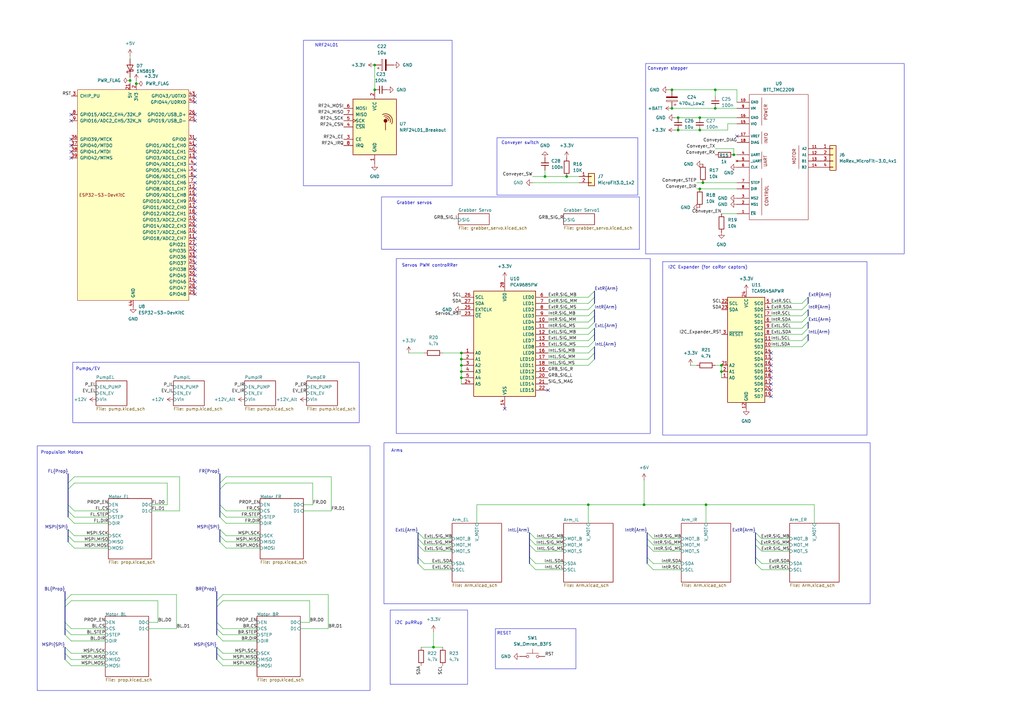
<source format=kicad_sch>
(kicad_sch (version 20250114) (generator "eeschema") (generator_version "9.0")
  (paper "A3")
  (title_block (title "Logic") (date "2025-12-30") (rev "1") (company "Game Team SLSC"))
  (bus_alias "Arm" (members "SDA" "SCL" "SIG_MB" "SIG_MM" "SIG_MS"))
  (bus_alias "SPI" (members "MISO" "MOSI" "SCK"))
  (rectangle (start 29.845 148.59) (end 147.32 173.355))
  (rectangle (start 203.835 56.515) (end 261.62 80.01))
  (rectangle (start 203.2 257.81) (end 236.22 274.32))
  (rectangle (start 156.464 80.772) (end 262.255 102.235))
  (rectangle (start 124.46 16.51) (end 185.42 76.2))
  (rectangle (start 157.48 181.61) (end 356.87 247.65))
  (rectangle (start 15.24 182.88) (end 151.765 283.21))
  (rectangle (start 271.78 107.315) (end 355.6 178.435))
  (rectangle (start 162.56 106.045) (end 266.7 177.8))
  (rectangle (start 160.02 250.19) (end 191.77 280.67))
  (rectangle (start 264.795 26.035) (end 370.84 104.14))
  (text "Pumps/EV\n" (at 36.068 151.384 0) (effects (font (size 1.27 1.27))))
  (text "Conveyer stepper" (at 273.812 28.194 0) (effects (font (size 1.27 1.27))))
  (text "Conveyer switch\n" (at 213.36 58.674 0) (effects (font (size 1.27 1.27))))
  (text "I2C puRRup" (at 167.64 255.524 0) (effects (font (size 1.27 1.27))))
  (text "I2C Expander (for coRor captors)" (at 290.322 109.728 0) (effects (font (size 1.27 1.27))))
  (text "Propulsion Motors\n" (at 25.4 185.674 0) (effects (font (size 1.27 1.27))))
  (text "Servos PWM controRRer\n" (at 176.276 108.966 0) (effects (font (size 1.27 1.27))))
  (text "Grabber servos" (at 169.926 83.312 0) (effects (font (size 1.27 1.27))))
  (text "RESET" (at 206.756 259.842 0) (effects (font (size 1.27 1.27))))
  (text "NRF24L01\n" (at 133.985 18.669 0) (effects (font (size 1.27 1.27))))
  (text "Arms" (at 162.814 184.912 0) (effects (font (size 1.27 1.27))))
  (junction (at 293.37 44.45))
  (junction (at 275.59 44.45))
  (junction (at 189.23 152.4))
  (junction (at 55.88 34.29))
  (junction (at 241.3 207.01))
  (junction (at 53.34 33.02))
  (junction (at 289.56 207.01))
  (junction (at 223.52 72.39))
  (junction (at 189.23 147.32))
  (junction (at 189.23 149.86))
  (junction (at 287.02 48.26))
  (junction (at 288.29 74.93))
  (junction (at 189.23 144.78))
  (junction (at 177.8 265.43))
  (junction (at 293.37 36.83))
  (junction (at 295.91 152.4))
  (junction (at 278.13 48.26))
  (junction (at 264.16 207.01))
  (junction (at 275.59 36.83))
  (junction (at 153.67 26.67))
  (junction (at 287.02 53.34))
  (junction (at 232.41 72.39))
  (junction (at 295.91 149.86))
  (junction (at 300.99 63.5))
  (junction (at 153.67 36.83))
  (junction (at 278.13 53.34))
  (junction (at 189.23 154.94))
  (junction (at 287.02 77.47))
  (no_connect (at 80.01 85.09))
  (no_connect (at 29.21 46.99))
  (no_connect (at 80.01 46.99))
  (no_connect (at 80.01 77.47))
  (no_connect (at 316.23 157.48))
  (no_connect (at 80.01 107.95))
  (no_connect (at 316.23 144.78))
  (no_connect (at 316.23 162.56))
  (no_connect (at 29.21 59.69))
  (no_connect (at 29.21 49.53))
  (no_connect (at 80.01 62.23))
  (no_connect (at 80.01 118.11))
  (no_connect (at 80.01 49.53))
  (no_connect (at 80.01 102.87))
  (no_connect (at 80.01 41.91))
  (no_connect (at 80.01 87.63))
  (no_connect (at 80.01 59.69))
  (no_connect (at 80.01 105.41))
  (no_connect (at 80.01 113.03))
  (no_connect (at 29.21 62.23))
  (no_connect (at 80.01 82.55))
  (no_connect (at 316.23 147.32))
  (no_connect (at 80.01 69.85))
  (no_connect (at 29.21 57.15))
  (no_connect (at 80.01 95.25))
  (no_connect (at 80.01 120.65))
  (no_connect (at 207.01 167.64))
  (no_connect (at 80.01 80.01))
  (no_connect (at 80.01 74.93))
  (no_connect (at 80.01 57.15))
  (no_connect (at 80.01 90.17))
  (no_connect (at 80.01 92.71))
  (no_connect (at 316.23 149.86))
  (no_connect (at 224.79 160.02))
  (no_connect (at 29.21 64.77))
  (no_connect (at 316.23 154.94))
  (no_connect (at 80.01 64.77))
  (no_connect (at 80.01 97.79))
  (no_connect (at 316.23 152.4))
  (no_connect (at 80.01 110.49))
  (no_connect (at 80.01 39.37))
  (no_connect (at 80.01 67.31))
  (no_connect (at 302.26 55.88))
  (no_connect (at 80.01 72.39))
  (no_connect (at 80.01 115.57))
  (no_connect (at 316.23 160.02))
  (no_connect (at 80.01 100.33))
  (bus_entry (at 90.17 219.71) (size 2.54 2.54))
  (bus_entry (at 26.67 270.51) (size 2.54 2.54))
  (bus_entry (at 171.45 231.14) (size 2.54 2.54))
  (bus_entry (at 171.45 228.6) (size 2.54 2.54))
  (bus_entry (at 88.9 246.38) (size 2.54 -2.54))
  (bus_entry (at 27.94 222.25) (size 2.54 2.54))
  (bus_entry (at 27.94 209.55) (size 2.54 2.54))
  (bus_entry (at 243.84 142.24) (size -2.54 2.54))
  (bus_entry (at 243.84 134.62) (size -2.54 2.54))
  (bus_entry (at 243.84 121.92) (size -2.54 2.54))
  (bus_entry (at 171.45 223.52) (size 2.54 2.54))
  (bus_entry (at 243.84 147.32) (size -2.54 2.54))
  (bus_entry (at 88.9 255.27) (size 2.54 2.54))
  (bus_entry (at 243.84 124.46) (size -2.54 2.54))
  (bus_entry (at 27.94 212.09) (size 2.54 2.54))
  (bus_entry (at 26.67 255.27) (size 2.54 2.54))
  (bus_entry (at 309.88 220.98) (size 2.54 2.54))
  (bus_entry (at 90.17 212.09) (size 2.54 2.54))
  (bus_entry (at 265.43 223.52) (size 2.54 2.54))
  (bus_entry (at 90.17 200.66) (size 2.54 -2.54))
  (bus_entry (at 243.84 132.08) (size -2.54 2.54))
  (bus_entry (at 26.67 267.97) (size 2.54 2.54))
  (bus_entry (at 331.47 137.16) (size -2.54 2.54))
  (bus_entry (at 243.84 137.16) (size -2.54 2.54))
  (bus_entry (at 309.88 218.44) (size 2.54 2.54))
  (bus_entry (at 90.17 207.01) (size 2.54 2.54))
  (bus_entry (at 88.9 267.97) (size 2.54 2.54))
  (bus_entry (at 309.88 231.14) (size 2.54 2.54))
  (bus_entry (at 217.17 220.98) (size 2.54 2.54))
  (bus_entry (at 243.84 144.78) (size -2.54 2.54))
  (bus_entry (at 331.47 129.54) (size -2.54 2.54))
  (bus_entry (at 331.47 127) (size -2.54 2.54))
  (bus_entry (at 243.84 127) (size -2.54 2.54))
  (bus_entry (at 88.9 270.51) (size 2.54 2.54))
  (bus_entry (at 26.67 265.43) (size 2.54 2.54))
  (bus_entry (at 26.67 260.35) (size 2.54 2.54))
  (bus_entry (at 90.17 209.55) (size 2.54 2.54))
  (bus_entry (at 309.88 228.6) (size 2.54 2.54))
  (bus_entry (at 171.45 220.98) (size 2.54 2.54))
  (bus_entry (at 90.17 222.25) (size 2.54 2.54))
  (bus_entry (at 243.84 129.54) (size -2.54 2.54))
  (bus_entry (at 265.43 218.44) (size 2.54 2.54))
  (bus_entry (at 217.17 223.52) (size 2.54 2.54))
  (bus_entry (at 27.94 219.71) (size 2.54 2.54))
  (bus_entry (at 26.67 248.92) (size 2.54 -2.54))
  (bus_entry (at 243.84 119.38) (size -2.54 2.54))
  (bus_entry (at 26.67 257.81) (size 2.54 2.54))
  (bus_entry (at 331.47 121.92) (size -2.54 2.54))
  (bus_entry (at 27.94 217.17) (size 2.54 2.54))
  (bus_entry (at 27.94 198.12) (size 2.54 -2.54))
  (bus_entry (at 26.67 246.38) (size 2.54 -2.54))
  (bus_entry (at 88.9 265.43) (size 2.54 2.54))
  (bus_entry (at 27.94 200.66) (size 2.54 -2.54))
  (bus_entry (at 171.45 218.44) (size 2.54 2.54))
  (bus_entry (at 88.9 257.81) (size 2.54 2.54))
  (bus_entry (at 309.88 223.52) (size 2.54 2.54))
  (bus_entry (at 88.9 260.35) (size 2.54 2.54))
  (bus_entry (at 217.17 218.44) (size 2.54 2.54))
  (bus_entry (at 331.47 134.62) (size -2.54 2.54))
  (bus_entry (at 88.9 248.92) (size 2.54 -2.54))
  (bus_entry (at 90.17 217.17) (size 2.54 2.54))
  (bus_entry (at 265.43 228.6) (size 2.54 2.54))
  (bus_entry (at 331.47 132.08) (size -2.54 2.54))
  (bus_entry (at 265.43 220.98) (size 2.54 2.54))
  (bus_entry (at 27.94 207.01) (size 2.54 2.54))
  (bus_entry (at 90.17 198.12) (size 2.54 -2.54))
  (bus_entry (at 217.17 228.6) (size 2.54 2.54))
  (bus_entry (at 265.43 231.14) (size 2.54 2.54))
  (bus_entry (at 331.47 124.46) (size -2.54 2.54))
  (bus_entry (at 331.47 139.7) (size -2.54 2.54))
  (bus_entry (at 217.17 231.14) (size 2.54 2.54))
  (bus_entry (at 243.84 139.7) (size -2.54 2.54))
  (wire (pts (xy 316.23 127) (xy 328.93 127)))
  (wire (pts (xy 91.44 270.51) (xy 105.41 270.51)))
  (wire (pts (xy 92.71 214.63) (xy 106.68 214.63)))
  (wire (pts (xy 72.39 243.84) (xy 72.39 257.81)))
  (wire (pts (xy 68.58 207.01) (xy 68.58 198.12)))
  (wire (pts (xy 30.48 219.71) (xy 44.45 219.71)))
  (bus (pts (xy 243.84 134.62) (xy 243.84 137.16)))
  (bus (pts (xy 88.9 257.81) (xy 88.9 260.35)))
  (bus (pts (xy 309.88 220.98) (xy 309.88 223.52)))
  (bus (pts (xy 243.84 119.38) (xy 243.84 121.92)))
  (bus (pts (xy 26.67 242.57) (xy 26.67 246.38)))
  (wire (pts (xy 53.34 31.75) (xy 53.34 33.02)))
  (wire (pts (xy 285.75 149.86) (xy 283.21 149.86)))
  (wire (pts (xy 316.23 137.16) (xy 328.93 137.16)))
  (wire (pts (xy 276.86 53.34) (xy 278.13 53.34)))
  (wire (pts (xy 312.42 220.98) (xy 323.85 220.98)))
  (wire (pts (xy 316.23 142.24) (xy 328.93 142.24)))
  (wire (pts (xy 173.99 226.06) (xy 185.42 226.06)))
  (wire (pts (xy 29.21 257.81) (xy 43.18 257.81)))
  (wire (pts (xy 224.79 134.62) (xy 241.3 134.62)))
  (wire (pts (xy 298.45 50.8) (xy 302.26 50.8)))
  (wire (pts (xy 135.89 195.58) (xy 135.89 209.55)))
  (bus (pts (xy 243.84 137.16) (xy 243.84 139.7)))
  (wire (pts (xy 241.3 207.01) (xy 264.16 207.01)))
  (wire (pts (xy 312.42 231.14) (xy 323.85 231.14)))
  (wire (pts (xy 92.71 219.71) (xy 106.68 219.71)))
  (bus (pts (xy 309.88 218.44) (xy 309.88 220.98)))
  (wire (pts (xy 29.21 260.35) (xy 43.18 260.35)))
  (wire (pts (xy 128.27 207.01) (xy 128.27 198.12)))
  (bus (pts (xy 90.17 194.31) (xy 90.17 198.12)))
  (wire (pts (xy 300.99 60.96) (xy 300.99 63.5)))
  (wire (pts (xy 219.71 223.52) (xy 231.14 223.52)))
  (bus (pts (xy 88.9 248.92) (xy 88.9 255.27)))
  (wire (pts (xy 224.79 142.24) (xy 241.3 142.24)))
  (bus (pts (xy 27.94 198.12) (xy 27.94 200.66)))
  (wire (pts (xy 224.79 144.78) (xy 241.3 144.78)))
  (wire (pts (xy 293.37 36.83) (xy 302.26 36.83)))
  (bus (pts (xy 88.9 246.38) (xy 88.9 248.92)))
  (wire (pts (xy 316.23 139.7) (xy 328.93 139.7)))
  (wire (pts (xy 53.34 33.02) (xy 53.34 34.29)))
  (wire (pts (xy 276.86 48.26) (xy 278.13 48.26)))
  (wire (pts (xy 302.26 36.83) (xy 302.26 41.91)))
  (wire (pts (xy 267.97 231.14) (xy 279.4 231.14)))
  (wire (pts (xy 135.89 209.55) (xy 124.46 209.55)))
  (bus (pts (xy 265.43 220.98) (xy 265.43 223.52)))
  (wire (pts (xy 224.79 124.46) (xy 241.3 124.46)))
  (wire (pts (xy 64.77 255.27) (xy 64.77 246.38)))
  (bus (pts (xy 27.94 217.17) (xy 27.94 219.71)))
  (wire (pts (xy 287.02 48.26) (xy 302.26 48.26)))
  (wire (pts (xy 278.13 53.34) (xy 287.02 53.34)))
  (wire (pts (xy 30.48 195.58) (xy 73.66 195.58)))
  (wire (pts (xy 295.91 87.63) (xy 302.26 87.63)))
  (wire (pts (xy 68.58 198.12) (xy 30.48 198.12)))
  (wire (pts (xy 73.66 195.58) (xy 73.66 209.55)))
  (bus (pts (xy 26.67 267.97) (xy 26.67 270.51)))
  (wire (pts (xy 173.99 144.78) (xy 167.64 144.78)))
  (wire (pts (xy 30.48 222.25) (xy 44.45 222.25)))
  (wire (pts (xy 91.44 273.05) (xy 105.41 273.05)))
  (wire (pts (xy 64.77 246.38) (xy 29.21 246.38)))
  (bus (pts (xy 217.17 220.98) (xy 217.17 223.52)))
  (bus (pts (xy 171.45 220.98) (xy 171.45 223.52)))
  (wire (pts (xy 55.88 33.02) (xy 55.88 34.29)))
  (wire (pts (xy 92.71 212.09) (xy 106.68 212.09)))
  (bus (pts (xy 217.17 218.44) (xy 217.17 220.98)))
  (wire (pts (xy 91.44 267.97) (xy 105.41 267.97)))
  (bus (pts (xy 243.84 144.78) (xy 243.84 147.32)))
  (wire (pts (xy 312.42 223.52) (xy 323.85 223.52)))
  (bus (pts (xy 309.88 228.6) (xy 309.88 231.14)))
  (bus (pts (xy 331.47 132.08) (xy 331.47 134.62)))
  (wire (pts (xy 64.77 255.27) (xy 60.96 255.27)))
  (wire (pts (xy 275.59 44.45) (xy 293.37 44.45)))
  (wire (pts (xy 92.71 209.55) (xy 106.68 209.55)))
  (wire (pts (xy 316.23 134.62) (xy 328.93 134.62)))
  (wire (pts (xy 127 255.27) (xy 123.19 255.27)))
  (bus (pts (xy 243.84 129.54) (xy 243.84 132.08)))
  (wire (pts (xy 224.79 149.86) (xy 241.3 149.86)))
  (wire (pts (xy 92.71 222.25) (xy 106.68 222.25)))
  (wire (pts (xy 62.23 209.55) (xy 73.66 209.55)))
  (wire (pts (xy 285.75 74.93) (xy 288.29 74.93)))
  (wire (pts (xy 264.16 207.01) (xy 289.56 207.01)))
  (wire (pts (xy 62.23 207.01) (xy 68.58 207.01)))
  (wire (pts (xy 293.37 36.83) (xy 293.37 39.37)))
  (bus (pts (xy 26.67 257.81) (xy 26.67 260.35)))
  (bus (pts (xy 243.84 127) (xy 243.84 129.54)))
  (wire (pts (xy 173.99 231.14) (xy 185.42 231.14)))
  (wire (pts (xy 30.48 224.79) (xy 44.45 224.79)))
  (wire (pts (xy 195.58 207.01) (xy 195.58 214.63)))
  (wire (pts (xy 289.56 214.63) (xy 289.56 207.01)))
  (bus (pts (xy 331.47 121.92) (xy 331.47 124.46)))
  (bus (pts (xy 331.47 137.16) (xy 331.47 139.7)))
  (wire (pts (xy 92.71 224.79) (xy 106.68 224.79)))
  (wire (pts (xy 91.44 262.89) (xy 105.41 262.89)))
  (wire (pts (xy 91.44 260.35) (xy 105.41 260.35)))
  (wire (pts (xy 288.29 74.93) (xy 302.26 74.93)))
  (wire (pts (xy 334.01 207.01) (xy 289.56 207.01)))
  (wire (pts (xy 29.21 243.84) (xy 72.39 243.84)))
  (wire (pts (xy 224.79 137.16) (xy 241.3 137.16)))
  (bus (pts (xy 90.17 219.71) (xy 90.17 222.25)))
  (wire (pts (xy 287.02 53.34) (xy 298.45 53.34)))
  (bus (pts (xy 243.84 121.92) (xy 243.84 124.46)))
  (wire (pts (xy 189.23 154.94) (xy 189.23 157.48)))
  (bus (pts (xy 217.17 223.52) (xy 217.17 228.6)))
  (wire (pts (xy 334.01 214.63) (xy 334.01 207.01)))
  (wire (pts (xy 29.21 273.05) (xy 43.18 273.05)))
  (bus (pts (xy 171.45 218.44) (xy 171.45 220.98)))
  (wire (pts (xy 153.67 26.67) (xy 153.67 36.83)))
  (wire (pts (xy 91.44 257.81) (xy 105.41 257.81)))
  (bus (pts (xy 90.17 200.66) (xy 90.17 207.01)))
  (wire (pts (xy 264.16 196.85) (xy 264.16 207.01)))
  (bus (pts (xy 26.67 255.27) (xy 26.67 257.81)))
  (bus (pts (xy 26.67 246.38) (xy 26.67 248.92)))
  (wire (pts (xy 300.99 63.5) (xy 302.26 63.5)))
  (wire (pts (xy 293.37 149.86) (xy 295.91 149.86)))
  (bus (pts (xy 331.47 127) (xy 331.47 129.54)))
  (wire (pts (xy 177.8 265.43) (xy 181.61 265.43)))
  (wire (pts (xy 287.02 77.47) (xy 302.26 77.47)))
  (wire (pts (xy 274.32 36.83) (xy 275.59 36.83)))
  (bus (pts (xy 265.43 223.52) (xy 265.43 228.6)))
  (wire (pts (xy 30.48 212.09) (xy 44.45 212.09)))
  (wire (pts (xy 224.79 129.54) (xy 241.3 129.54)))
  (wire (pts (xy 224.79 121.92) (xy 241.3 121.92)))
  (wire (pts (xy 218.44 74.93) (xy 237.49 74.93)))
  (wire (pts (xy 241.3 214.63) (xy 241.3 207.01)))
  (wire (pts (xy 173.99 220.98) (xy 185.42 220.98)))
  (wire (pts (xy 224.79 127) (xy 241.3 127)))
  (wire (pts (xy 316.23 124.46) (xy 328.93 124.46)))
  (wire (pts (xy 92.71 195.58) (xy 135.89 195.58)))
  (wire (pts (xy 219.71 231.14) (xy 231.14 231.14)))
  (wire (pts (xy 181.61 144.78) (xy 189.23 144.78)))
  (wire (pts (xy 219.71 226.06) (xy 231.14 226.06)))
  (wire (pts (xy 128.27 198.12) (xy 92.71 198.12)))
  (wire (pts (xy 267.97 223.52) (xy 279.4 223.52)))
  (wire (pts (xy 267.97 226.06) (xy 279.4 226.06)))
  (bus (pts (xy 88.9 255.27) (xy 88.9 257.81)))
  (wire (pts (xy 128.27 207.01) (xy 124.46 207.01)))
  (bus (pts (xy 171.45 223.52) (xy 171.45 228.6)))
  (wire (pts (xy 232.41 72.39) (xy 237.49 72.39)))
  (wire (pts (xy 29.21 267.97) (xy 43.18 267.97)))
  (wire (pts (xy 223.52 69.85) (xy 223.52 72.39)))
  (wire (pts (xy 172.72 265.43) (xy 177.8 265.43)))
  (wire (pts (xy 278.13 48.26) (xy 287.02 48.26)))
  (bus (pts (xy 90.17 207.01) (xy 90.17 209.55)))
  (wire (pts (xy 195.58 207.01) (xy 241.3 207.01)))
  (wire (pts (xy 312.42 226.06) (xy 323.85 226.06)))
  (bus (pts (xy 90.17 198.12) (xy 90.17 200.66)))
  (bus (pts (xy 27.94 209.55) (xy 27.94 212.09)))
  (wire (pts (xy 30.48 214.63) (xy 44.45 214.63)))
  (wire (pts (xy 223.52 72.39) (xy 232.41 72.39)))
  (wire (pts (xy 316.23 132.08) (xy 328.93 132.08)))
  (wire (pts (xy 29.21 270.51) (xy 43.18 270.51)))
  (wire (pts (xy 189.23 147.32) (xy 189.23 149.86)))
  (wire (pts (xy 293.37 60.96) (xy 300.99 60.96)))
  (wire (pts (xy 219.71 233.68) (xy 231.14 233.68)))
  (bus (pts (xy 26.67 248.92) (xy 26.67 255.27)))
  (wire (pts (xy 53.34 22.86) (xy 53.34 24.13)))
  (wire (pts (xy 285.75 77.47) (xy 287.02 77.47)))
  (bus (pts (xy 27.94 219.71) (xy 27.94 222.25)))
  (bus (pts (xy 27.94 194.31) (xy 27.94 198.12)))
  (bus (pts (xy 265.43 228.6) (xy 265.43 231.14)))
  (bus (pts (xy 88.9 242.57) (xy 88.9 246.38)))
  (bus (pts (xy 27.94 207.01) (xy 27.94 209.55)))
  (wire (pts (xy 298.45 53.34) (xy 298.45 50.8)))
  (bus (pts (xy 90.17 217.17) (xy 90.17 219.71)))
  (wire (pts (xy 312.42 233.68) (xy 323.85 233.68)))
  (wire (pts (xy 127 246.38) (xy 91.44 246.38)))
  (wire (pts (xy 173.99 223.52) (xy 185.42 223.52)))
  (bus (pts (xy 171.45 228.6) (xy 171.45 231.14)))
  (wire (pts (xy 295.91 152.4) (xy 295.91 154.94)))
  (wire (pts (xy 173.99 233.68) (xy 185.42 233.68)))
  (wire (pts (xy 224.79 147.32) (xy 241.3 147.32)))
  (wire (pts (xy 267.97 220.98) (xy 279.4 220.98)))
  (wire (pts (xy 134.62 257.81) (xy 123.19 257.81)))
  (wire (pts (xy 224.79 132.08) (xy 241.3 132.08)))
  (bus (pts (xy 88.9 265.43) (xy 88.9 267.97)))
  (wire (pts (xy 189.23 152.4) (xy 189.23 154.94)))
  (wire (pts (xy 177.8 265.43) (xy 177.8 259.08)))
  (bus (pts (xy 26.67 265.43) (xy 26.67 267.97)))
  (wire (pts (xy 72.39 257.81) (xy 60.96 257.81)))
  (bus (pts (xy 265.43 218.44) (xy 265.43 220.98)))
  (bus (pts (xy 90.17 209.55) (xy 90.17 212.09)))
  (bus (pts (xy 309.88 223.52) (xy 309.88 228.6)))
  (wire (pts (xy 293.37 44.45) (xy 302.26 44.45)))
  (wire (pts (xy 134.62 243.84) (xy 134.62 257.81)))
  (wire (pts (xy 295.91 149.86) (xy 295.91 152.4)))
  (wire (pts (xy 316.23 129.54) (xy 328.93 129.54)))
  (bus (pts (xy 88.9 267.97) (xy 88.9 270.51)))
  (wire (pts (xy 91.44 243.84) (xy 134.62 243.84)))
  (wire (pts (xy 189.23 144.78) (xy 189.23 147.32)))
  (wire (pts (xy 30.48 209.55) (xy 44.45 209.55)))
  (wire (pts (xy 127 255.27) (xy 127 246.38)))
  (bus (pts (xy 217.17 228.6) (xy 217.17 231.14)))
  (wire (pts (xy 224.79 139.7) (xy 241.3 139.7)))
  (wire (pts (xy 189.23 149.86) (xy 189.23 152.4)))
  (wire (pts (xy 267.97 233.68) (xy 279.4 233.68)))
  (wire (pts (xy 29.21 262.89) (xy 43.18 262.89)))
  (bus (pts (xy 27.94 200.66) (xy 27.94 207.01)))
  (bus (pts (xy 243.84 142.24) (xy 243.84 144.78)))
  (wire (pts (xy 218.44 72.39) (xy 223.52 72.39)))
  (wire (pts (xy 275.59 36.83) (xy 293.37 36.83)))
  (wire (pts (xy 219.71 220.98) (xy 231.14 220.98)))
  (label "ExtR.SCL" (at 323.85 233.68 180))
  (label "ExtL.SIG_MS" (at 185.42 226.06 180))
  (label "BL.D0" (at 64.77 255.27 0))
  (label "RF24_MISO" (at 140.97 46.99 180))
  (label "P_IR" (at 100.33 158.75 180))
  (label "Conveyer_SW" (at 218.44 72.39 180))
  (label "IntL.SIG_MB" (at 224.79 144.78 0))
  (label "IntR.SDA" (at 279.4 231.14 180))
  (label "BR.D0" (at 127 255.27 0))
  (label "Servos_RST" (at 189.23 129.54 180))
  (label "ExtR{Arm}" (at 331.47 121.92 0))
  (label "ExtR.SIG_MB" (at 224.79 121.92 0))
  (label "PROP_EN" (at 43.18 255.27 180))
  (label "Conveyer_EN" (at 295.91 87.63 180))
  (label "MSPI.MOSI" (at 43.18 273.05 180))
  (label "IntL.SIG_MM" (at 224.79 147.32 0))
  (label "ExtL.SIG_MM" (at 224.79 139.7 0))
  (label "ExtL.SDA" (at 185.42 231.14 180))
  (label "IntR.SIG_MM" (at 279.4 223.52 180))
  (label "IntR.SIG_MS" (at 279.4 226.06 180))
  (label "FR.STEP" (at 106.68 212.09 180))
  (label "IntR.SIG_MB" (at 279.4 220.98 180))
  (label "GRB_SIG_L" (at 224.79 154.94 0))
  (label "FR{Prop}" (at 90.17 194.31 180))
  (label "ExtR{Arm}" (at 309.88 218.44 180))
  (label "BR.DIR" (at 105.41 262.89 180))
  (label "MSPI.MISO" (at 106.68 222.25 180))
  (label "ExtR{Arm}" (at 243.84 119.38 0))
  (label "EV_IL" (at 71.12 161.29 180))
  (label "FL.STEP" (at 44.45 212.09 180))
  (label "IntR.SIG_MM" (at 224.79 132.08 0))
  (label "SIG_S_MAG" (at 224.79 157.48 0))
  (label "MSPI.SCK" (at 106.68 219.71 180))
  (label "BR.D1" (at 134.62 257.81 0))
  (label "SDA" (at 189.23 124.46 180))
  (label "RST" (at 223.52 269.24 0))
  (label "ExtR.SDA" (at 323.85 231.14 180))
  (label "IntL.SDA" (at 316.23 142.24 0))
  (label "FL.D0" (at 62.23 207.01 0))
  (label "RF24_CSN" (at 140.97 52.07 180))
  (label "ExtL.SCL" (at 185.42 233.68 180))
  (label "BR{Prop}" (at 88.9 242.57 180))
  (label "Conveyer_DIR" (at 285.75 77.47 180))
  (label "GRB_SIG_L" (at 187.96 90.17 180))
  (label "Conveyer_DIAG" (at 302.26 58.42 180))
  (label "RF24_IRQ" (at 140.97 59.69 180))
  (label "Conveyer_STEP" (at 285.75 74.93 180))
  (label "EV_ER" (at 125.73 161.29 180))
  (label "BR.CS" (at 105.41 257.81 180))
  (label "I2C_Expander_RST" (at 295.91 137.16 180))
  (label "BL.DIR" (at 43.18 262.89 180))
  (label "ExtL.SIG_MB" (at 185.42 220.98 180))
  (label "IntL{Arm}" (at 243.84 142.24 0))
  (label "FR.D1" (at 135.89 209.55 0))
  (label "ExtL.SIG_MM" (at 185.42 223.52 180))
  (label "PROP_EN" (at 106.68 207.01 180))
  (label "MSPI.SCK" (at 105.41 267.97 180))
  (label "ExtR.SIG_MM" (at 323.85 223.52 180))
  (label "MSPI.MOSI" (at 106.68 224.79 180))
  (label "MSPI{SPI}" (at 27.94 217.17 180))
  (label "FL.D1" (at 62.23 209.55 0))
  (label "RF24_MOSI" (at 140.97 44.45 180))
  (label "RF24_SCK" (at 140.97 49.53 180))
  (label "RF24_CE" (at 140.97 57.15 180))
  (label "GRB_SIG_R" (at 231.14 90.17 180))
  (label "BL.STEP" (at 43.18 260.35 180))
  (label "MSPI.MISO" (at 44.45 222.25 180))
  (label "ExtR.SIG_MS" (at 224.79 127 0))
  (label "IntL.SDA" (at 231.14 231.14 180))
  (label "IntL.SIG_MS" (at 231.14 226.06 180))
  (label "Conveyer_TX" (at 293.37 60.96 180))
  (label "ExtR.SIG_MB" (at 323.85 220.98 180))
  (label "ExtL.SIG_MS" (at 224.79 142.24 0))
  (label "EV_EL" (at 39.37 161.29 180))
  (label "ExtR.SCL" (at 316.23 124.46 0))
  (label "SCL" (at 181.61 273.05 270))
  (label "BR.STEP" (at 105.41 260.35 180))
  (label "P_ER" (at 125.73 158.75 180))
  (label "ExtL{Arm}" (at 171.45 218.44 180))
  (label "P_IL" (at 71.12 158.75 180))
  (label "MSPI{SPI}" (at 90.17 217.17 180))
  (label "IntL.SIG_MB" (at 231.14 220.98 180))
  (label "FL.DIR" (at 44.45 214.63 180))
  (label "SDA" (at 172.72 273.05 270))
  (label "ExtL{Arm}" (at 331.47 132.08 0))
  (label "FL{Prop}" (at 27.94 194.31 180))
  (label "BL.CS" (at 43.18 257.81 180))
  (label "PROP_EN" (at 105.41 255.27 180))
  (label "ExtL.SDA" (at 316.23 137.16 0))
  (label "IntL.SIG_MS" (at 224.79 149.86 0))
  (label "ExtL.SCL" (at 316.23 134.62 0))
  (label "ExtL{Arm}" (at 243.84 134.62 0))
  (label "Conveyer_RX" (at 293.37 63.5 180))
  (label "MSPI.MISO" (at 105.41 270.51 180))
  (label "ExtL.SIG_MB" (at 224.79 137.16 0))
  (label "FR.DIR" (at 106.68 214.63 180))
  (label "BL.D1" (at 72.39 257.81 0))
  (label "IntR.SIG_MS" (at 224.79 134.62 0))
  (label "IntL.SCL" (at 231.14 233.68 180))
  (label "FR.D0" (at 128.27 207.01 0))
  (label "IntL{Arm}" (at 217.17 218.44 180))
  (label "SCL" (at 189.23 121.92 180))
  (label "IntR{Arm}" (at 265.43 218.44 180))
  (label "ExtR.SIG_MS" (at 323.85 226.06 180))
  (label "MSPI.SCK" (at 43.18 267.97 180))
  (label "IntL{Arm}" (at 331.47 137.16 0))
  (label "MSPI.MOSI" (at 105.41 273.05 180))
  (label "IntR.SCL" (at 316.23 129.54 0))
  (label "IntR.SCL" (at 279.4 233.68 180))
  (label "IntR{Arm}" (at 331.47 127 0))
  (label "SCL" (at 295.91 124.46 180))
  (label "IntR{Arm}" (at 243.84 127 0))
  (label "MSPI{SPI}" (at 26.67 265.43 180))
  (label "PROP_EN" (at 44.45 207.01 180))
  (label "ExtR.SIG_MM" (at 224.79 124.46 0))
  (label "IntR.SDA" (at 316.23 132.08 0))
  (label "IntR.SIG_MB" (at 224.79 129.54 0))
  (label "IntL.SCL" (at 316.23 139.7 0))
  (label "P_EL" (at 39.37 158.75 180))
  (label "GRB_SIG_R" (at 224.79 152.4 0))
  (label "SDA" (at 295.91 127 180))
  (label "FR.CS" (at 106.68 209.55 180))
  (label "EV_IR" (at 100.33 161.29 180))
  (label "MSPI.MISO" (at 43.18 270.51 180))
  (label "RST" (at 29.21 39.37 180))
  (label "FL.CS" (at 44.45 209.55 180))
  (label "ExtR.SDA" (at 316.23 127 0))
  (label "IntL.SIG_MM" (at 231.14 223.52 180))
  (label "MSPI{SPI}" (at 88.9 265.43 180))
  (label "MSPI.SCK" (at 44.45 219.71 180))
  (label "BL{Prop}" (at 26.67 242.57 180))
  (label "MSPI.MOSI" (at 44.45 224.79 180))
  (symbol (lib_id "power:GND") (at 287.02 85.09 270) (unit 1)
    (property "Reference" "#PWR059" (effects (hide yes)))
    (property "Value" "GND" (at 283.21 85.0899 90) (effects (justify right)))
    (property "Description" "Power symbol creates a global label with name \"GND\" , ground" (effects (hide yes)))
  )
  (symbol (lib_id "power:+5V") (at 207.01 114.3 0) (unit 1)
    (property "Reference" "#PWR061" (effects (hide yes)))
    (property "Value" "+3.3V" (at 207.01 109.22 0))
    (property "Description" "Power symbol creates a global label with name \"+5V\"" (effects (hide yes)))
  )
  (symbol (lib_id "Switch:SW_Omron_B3FS") (at 218.44 269.24 0) (unit 1)
    (property "Reference" "SW1" (at 218.44 261.62 0))
    (property "Value" "SW_Omron_B3FS" (at 218.44 264.16 0))
    (property "Datasheet" "https://omronfs.omron.com/en_US/ecb/products/pdf/en-b3fs.pdf" (effects (hide yes)))
    (property "Description" "Omron B3FS 6x6mm single pole normally-open tactile switch" (effects (hide yes)))
  )
  (symbol (lib_id "power:GND") (at 306.07 167.64 0) (unit 1)
    (property "Reference" "#PWR071" (effects (hide yes)))
    (property "Value" "GND" (at 306.07 172.72 0))
    (property "Description" "Power symbol creates a global label with name \"GND\" , ground" (effects (hide yes)))
  )
  (symbol (lib_id "power:GND") (at 158.75 36.83 90) (unit 1)
    (property "Reference" "#PWR046" (effects (hide yes)))
    (property "Value" "GND" (at 162.56 36.8299 90) (effects (justify right)))
    (property "Description" "Power symbol creates a global label with name \"GND\" , ground" (effects (hide yes)))
  )
  (symbol (lib_id "Device:R") (at 181.61 269.24 0) (unit 1)
    (property "Reference" "R23" (at 184.15 267.9699 0) (effects (justify left)))
    (property "Value" "4.7k" (at 184.15 270.5099 0) (effects (justify left)))
    (property "Description" "Resistor" (effects (hide yes)))
  )
  (symbol (lib_id "Device:R") (at 172.72 269.24 0) (unit 1)
    (property "Reference" "R22" (at 175.26 267.9699 0) (effects (justify left)))
    (property "Value" "4.7k" (at 175.26 270.5099 0) (effects (justify left)))
    (property "Description" "Resistor" (effects (hide yes)))
  )
  (symbol (lib_id "Device:C_Small") (at 156.21 36.83 90) (unit 1)
    (property "Reference" "C23" (at 156.2163 30.48 90))
    (property "Value" "100n" (at 156.2163 33.02 90))
    (property "Description" "Unpolarized capacitor, small symbol" (effects (hide yes)))
  )
  (symbol (lib_id "power:GND") (at 302.26 81.28 270) (unit 1)
    (property "Reference" "#PWR057" (effects (hide yes)))
    (property "Value" "GND" (at 298.45 81.2799 90) (effects (justify right)))
    (property "Description" "Power symbol creates a global label with name \"GND\" , ground" (effects (hide yes)))
  )
  (symbol (lib_id "power:GND") (at 302.26 83.82 270) (unit 1)
    (property "Reference" "#PWR058" (effects (hide yes)))
    (property "Value" "GND" (at 298.45 83.8199 90) (effects (justify right)))
    (property "Description" "Power symbol creates a global label with name \"GND\" , ground" (effects (hide yes)))
  )
  (symbol (lib_id "power:+3.3V") (at 55.88 33.02 0) (unit 1)
    (property "Reference" "#PWR045" (effects (hide yes)))
    (property "Value" "+3.3V" (at 61.976 31.242 0))
    (property "Description" "Power symbol creates a global label with name \"+3.3V\"" (effects (hide yes)))
  )
  (symbol (lib_id "power:GND") (at 54.61 125.73 0) (unit 1)
    (property "Reference" "#PWR063" (effects (hide yes)))
    (property "Value" "GND" (at 54.61 130.81 0))
    (property "Description" "Power symbol creates a global label with name \"GND\" , ground" (effects (hide yes)))
  )
  (symbol (lib_id "power:PWR_FLAG") (at 53.34 33.02 90) (unit 1)
    (property "Reference" "#FLG05" (effects (hide yes)))
    (property "Value" "PWR_FLAG" (at 49.53 33.0199 90) (effects (justify left)))
    (property "Description" "Special symbol for telling ERC where power comes from" (effects (hide yes)))
  )
  (symbol (lib_id "Device:C_Small") (at 293.37 41.91 0) (unit 1)
    (property "Reference" "C25" (at 295.91 40.6462 0) (effects (justify left)))
    (property "Value" "100n" (at 295.91 43.1862 0) (effects (justify left)))
    (property "Description" "Unpolarized capacitor, small symbol" (effects (hide yes)))
  )
  (symbol (lib_id "power:+6V") (at 264.16 196.85 0) (unit 1)
    (property "Reference" "#PWR072" (effects (hide yes)))
    (property "Value" "+6V" (at 264.16 191.77 0))
    (property "Description" "Power symbol creates a global label with name \"+6V\"" (effects (hide yes)))
  )
  (symbol (lib_id "Device:R") (at 297.18 63.5 90) (unit 1)
    (property "Reference" "R15" (at 296.926 63.754 90))
    (property "Value" "1k" (at 296.926 66.294 90))
    (property "Description" "Resistor" (effects (hide yes)))
  )
  (symbol (lib_id "Device:R") (at 288.29 71.12 0) (unit 1)
    (property "Reference" "R17" (at 290.83 69.8499 0) (effects (justify left)))
    (property "Value" "10k" (at 290.83 72.3899 0) (effects (justify left)))
    (property "Description" "Resistor" (effects (hide yes)))
  )
  (symbol (lib_id "Device:C_Small") (at 278.13 50.8 0) (unit 1)
    (property "Reference" "C26" (at 280.67 49.5362 0) (effects (justify left)))
    (property "Value" "10u" (at 280.67 52.0762 0) (effects (justify left)))
    (property "Description" "Unpolarized capacitor, small symbol" (effects (hide yes)))
  )
  (symbol (lib_id "power:+12V") (at 100.33 163.83 90) (unit 1)
    (property "Reference" "#PWR069" (effects (hide yes)))
    (property "Value" "+12V_Alt" (at 96.52 163.8299 90) (effects (justify left)))
    (property "Description" "Power symbol creates a global label with name \"+12V\"" (effects (hide yes)))
  )
  (symbol (lib_id "power:+5V") (at 167.64 144.78 0) (unit 1)
    (property "Reference" "#PWR065" (effects (hide yes)))
    (property "Value" "+3.3V" (at 167.64 139.7 0))
    (property "Description" "Power symbol creates a global label with name \"+5V\"" (effects (hide yes)))
  )
  (symbol (lib_id "Project:BTT_TMC2209") (at 307.34 90.17 0) (unit 1)
    (property "Reference" "U9" (at 319.405 34.29 0))
    (property "Value" "BTT_TMC2209" (at 319.405 36.83 0))
    (property "Footprint" "Project:TMC2209" (effects (hide yes)))
  )
  (symbol (lib_id "power:PWR_FLAG") (at 55.88 34.29 270) (unit 1)
    (property "Reference" "#FLG06" (effects (hide yes)))
    (property "Value" "PWR_FLAG" (at 59.69 34.2899 90) (effects (justify left)))
    (property "Description" "Special symbol for telling ERC where power comes from" (effects (hide yes)))
  )
  (symbol (lib_id "Device:R") (at 232.41 68.58 0) (unit 1)
    (property "Reference" "R16" (at 234.95 67.3099 0) (effects (justify left)))
    (property "Value" "10K" (at 234.95 69.8499 0) (effects (justify left)))
    (property "Description" "Resistor" (effects (hide yes)))
  )
  (symbol (lib_id "power:GND") (at 153.67 67.31 0) (unit 1)
    (property "Reference" "#PWR053" (effects (hide yes)))
    (property "Value" "GND" (at 153.67 72.39 0))
    (property "Description" "Power symbol creates a global label with name \"GND\" , ground" (effects (hide yes)))
  )
  (symbol (lib_id "power:GND") (at 276.86 48.26 270) (unit 1)
    (property "Reference" "#PWR049" (effects (hide yes)))
    (property "Value" "GND" (at 273.05 48.2599 90) (effects (justify right)))
    (property "Description" "Power symbol creates a global label with name \"GND\" , ground" (effects (hide yes)))
  )
  (symbol (lib_id "power:GND") (at 274.32 36.83 270) (unit 1)
    (property "Reference" "#PWR047" (effects (hide yes)))
    (property "Value" "GND" (at 270.51 36.8299 90) (effects (justify right)))
    (property "Description" "Power symbol creates a global label with name \"GND\" , ground" (effects (hide yes)))
  )
  (symbol (lib_id "power:+5V") (at 306.07 119.38 0) (unit 1)
    (property "Reference" "#PWR062" (effects (hide yes)))
    (property "Value" "+3.3V" (at 306.07 114.3 0))
    (property "Description" "Power symbol creates a global label with name \"+5V\"" (effects (hide yes)))
  )
  (symbol (lib_id "power:+12V") (at 71.12 163.83 90) (unit 1)
    (property "Reference" "#PWR068" (effects (hide yes)))
    (property "Value" "+12V" (at 67.31 163.8299 90) (effects (justify left)))
    (property "Description" "Power symbol creates a global label with name \"+12V\"" (effects (hide yes)))
  )
  (symbol (lib_id "Connector_Generic:Conn_01x04") (at 341.63 63.5 0) (unit 1)
    (property "Reference" "J6" (at 344.17 63.4999 0) (effects (justify left)))
    (property "Value" "MoRex_MicroFit-3.0_4x1" (at 344.17 66.0399 0) (effects (justify left)))
    (property "Description" "Generic connector, single row, 01x04, script generated (kicad-library-utils/schlib/autogen/connector/)" (effects (hide yes)))
  )
  (symbol (lib_id "Device:R") (at 287.02 81.28 180) (unit 1)
    (property "Reference" "R18" (at 289.56 80.0099 0) (effects (justify right)))
    (property "Value" "10k" (at 289.56 82.5499 0) (effects (justify right)))
    (property "Footprint" "Resistor_SMD:R_0805_2012Metric_Pad1.20x1.40mm_HandSolder" (effects (hide yes)))
    (property "Description" "Resistor" (effects (hide yes)))
  )
  (symbol (lib_id "Device:C_Polarized") (at 157.48 26.67 90) (unit 1)
    (property "Reference" "C22" (at 156.591 19.05 90))
    (property "Value" "10u" (at 156.591 21.59 90))
    (property "Description" "Polarized capacitor" (effects (hide yes)))
  )
  (symbol (lib_id "Device:R") (at 177.8 144.78 270) (unit 1)
    (property "Reference" "R20" (at 177.8 138.43 90))
    (property "Value" "4.7k" (at 177.8 140.97 90))
    (property "Description" "Resistor" (effects (hide yes)))
  )
  (symbol (lib_id "power:GND") (at 223.52 64.77 180) (unit 1)
    (property "Reference" "#PWR051" (effects (hide yes)))
    (property "Value" "GND" (at 223.52 59.69 0))
    (property "Description" "Power symbol creates a global label with name \"GND\" , ground" (effects (hide yes)))
  )
  (symbol (lib_id "power:GND") (at 288.29 67.31 270) (unit 1)
    (property "Reference" "#PWR054" (effects (hide yes)))
    (property "Value" "GND" (at 284.48 67.3099 90) (effects (justify right)))
    (property "Description" "Power symbol creates a global label with name \"GND\" , ground" (effects (hide yes)))
  )
  (symbol (lib_id "power:+5V") (at 283.21 149.86 0) (unit 1)
    (property "Reference" "#PWR066" (effects (hide yes)))
    (property "Value" "+3.3V" (at 283.21 144.78 0))
    (property "Description" "Power symbol creates a global label with name \"+5V\"" (effects (hide yes)))
  )
  (symbol (lib_id "power:+3.3V") (at 276.86 53.34 90) (unit 1)
    (property "Reference" "#PWR050" (effects (hide yes)))
    (property "Value" "+3.3V" (at 273.05 53.3399 90) (effects (justify left)))
    (property "Description" "Power symbol creates a global label with name \"+3.3V\"" (effects (hide yes)))
  )
  (symbol (lib_id "power:GND") (at 218.44 74.93 270) (unit 1)
    (property "Reference" "#PWR056" (effects (hide yes)))
    (property "Value" "GND" (at 214.63 74.9299 90) (effects (justify right)))
    (property "Description" "Power symbol creates a global label with name \"GND\" , ground" (effects (hide yes)))
  )
  (symbol (lib_id "RF:NRF24L01_Breakout") (at 153.67 52.07 0) (unit 1)
    (property "Reference" "U7" (at 163.83 50.7999 0) (effects (justify left)))
    (property "Value" "NRF24L01_Breakout" (at 163.83 53.3399 0) (effects (justify left)))
    (property "Footprint" "RF_Module:nRF24L01_Breakout" (effects (hide yes)))
    (property "Datasheet" "http://www.nordicsemi.com/eng/content/download/2730/34105/file/nRF24L01_Product_Specification_v2_0.pdf" (effects (hide yes)))
    (property "Description" "Ultra low power 2.4GHz RF Transceiver, Carrier PCB" (effects (hide yes)))
  )
  (symbol (lib_id "power:GND") (at 295.91 95.25 0) (unit 1)
    (property "Reference" "#PWR060" (effects (hide yes)))
    (property "Value" "GND" (at 295.91 100.33 0))
    (property "Description" "Power symbol creates a global label with name \"GND\" , ground" (effects (hide yes)))
  )
  (symbol (lib_id "Device:R") (at 289.56 149.86 270) (unit 1)
    (property "Reference" "R21" (at 289.56 143.51 90))
    (property "Value" "4.7k" (at 289.56 146.05 90))
    (property "Description" "Resistor" (effects (hide yes)))
  )
  (symbol (lib_id "power:GND") (at 302.26 68.58 270) (unit 1)
    (property "Reference" "#PWR055" (effects (hide yes)))
    (property "Value" "GND" (at 300.99 70.866 90) (effects (justify right)))
    (property "Description" "Power symbol creates a global label with name \"GND\" , ground" (effects (hide yes)))
  )
  (symbol (lib_id "power:+3.3V") (at 232.41 64.77 0) (unit 1)
    (property "Reference" "#PWR052" (effects (hide yes)))
    (property "Value" "+3.3V" (at 232.41 59.69 0))
    (property "Description" "Power symbol creates a global label with name \"+3.3V\"" (effects (hide yes)))
  )
  (symbol (lib_id "power:+5VL") (at 53.34 22.86 0) (unit 1)
    (property "Reference" "#PWR042" (effects (hide yes)))
    (property "Value" "+5V" (at 53.34 17.78 0))
    (property "Description" "Power symbol creates a global label with name \"+5VL\"" (effects (hide yes)))
  )
  (symbol (lib_id "power:+12V") (at 39.37 163.83 90) (unit 1)
    (property "Reference" "#PWR067" (effects (hide yes)))
    (property "Value" "+12V" (at 35.56 163.8299 90) (effects (justify left)))
    (property "Description" "Power symbol creates a global label with name \"+12V\"" (effects (hide yes)))
  )
  (symbol (lib_id "power:+BATT") (at 275.59 44.45 90) (unit 1)
    (property "Reference" "#PWR048" (effects (hide yes)))
    (property "Value" "+BATT" (at 271.78 44.4499 90) (effects (justify left)))
    (property "Description" "Power symbol creates a global label with name \"+BATT\"" (effects (hide yes)))
  )
  (symbol (lib_id "Device:C_Small") (at 287.02 50.8 0) (unit 1)
    (property "Reference" "C27" (at 289.56 49.5362 0) (effects (justify left)))
    (property "Value" "100n" (at 289.56 52.0762 0) (effects (justify left)))
    (property "Description" "Unpolarized capacitor, small symbol" (effects (hide yes)))
  )
  (symbol (lib_id "Driver_LED:PCA9685PW") (at 207.01 139.7 0) (unit 1)
    (property "Reference" "U10" (at 209.1533 114.3 0) (effects (justify left)))
    (property "Value" "PCA9685PW" (at 209.1533 116.84 0) (effects (justify left)))
    (property "Footprint" "Package_SO:TSSOP-28_4.4x9.7mm_P0.65mm" (effects (hide yes)))
    (property "Datasheet" "http://www.nxp.com/docs/en/data-sheet/PCA9685.pdf" (effects (hide yes)))
    (property "Description" "16-channel 12-bit PWM Fm+ I2C-bus LED controller RGBA TSSOP" (effects (hide yes)))
  )
  (symbol (lib_id "Device:C_Small") (at 223.52 67.31 180) (unit 1)
    (property "Reference" "C28" (at 226.06 66.0335 0) (effects (justify right)))
    (property "Value" "100n" (at 226.06 68.5735 0) (effects (justify right)))
    (property "Description" "Unpolarized capacitor, small symbol" (effects (hide yes)))
  )
  (symbol (lib_id "power:+12V") (at 125.73 163.83 90) (unit 1)
    (property "Reference" "#PWR070" (effects (hide yes)))
    (property "Value" "+12V_Alt" (at 121.92 163.8299 90) (effects (justify left)))
    (property "Description" "Power symbol creates a global label with name \"+12V\"" (effects (hide yes)))
  )
  (symbol (lib_id "power:+5V") (at 153.67 26.67 90) (unit 1)
    (property "Reference" "#PWR043" (effects (hide yes)))
    (property "Value" "+3.3V" (at 149.86 26.6699 90) (effects (justify left)))
    (property "Description" "Power symbol creates a global label with name \"+5V\"" (effects (hide yes)))
  )
  (symbol (lib_id "power:GND") (at 161.29 26.67 90) (unit 1)
    (property "Reference" "#PWR044" (effects (hide yes)))
    (property "Value" "GND" (at 165.1 26.6699 90) (effects (justify right)))
    (property "Description" "Power symbol creates a global label with name \"GND\" , ground" (effects (hide yes)))
  )
  (symbol (lib_id "Connector_Generic:Conn_01x02") (at 242.57 72.39 0) (unit 1)
    (property "Reference" "J7" (at 245.11 72.3899 0) (effects (justify left)))
    (property "Value" "MicroFit3.0_1x2" (at 245.11 74.9299 0) (effects (justify left)))
    (property "Description" "Generic connector, single row, 01x02, script generated (kicad-library-utils/schlib/autogen/connector/)" (effects (hide yes)))
  )
  (symbol (lib_id "Device:C_Polarized") (at 275.59 40.64 180) (unit 1)
    (property "Reference" "C24" (at 283.718 39.878 0))
    (property "Value" "470u_LowZ" (at 283.718 42.418 0))
    (property "Footprint" "Capacitor_THT:CP_Radial_D8.0mm_P3.50mm" (effects (hide yes)))
    (property "Description" "Polarized capacitor" (effects (hide yes)))
    (property "MPN" "EEU-FR1E471L" (effects (hide yes)))
    (property "Manufacturer" "Panasonic" (effects (hide yes)))
  )
  (symbol (lib_id "Device:D_Schottky") (at 53.34 27.94 90) (unit 1)
    (property "Reference" "D7" (at 55.88 26.9874 90) (effects (justify right)))
    (property "Value" "1N5819" (at 55.88 29.21 90) (effects (justify right)))
    (property "Description" "Schottky diode" (effects (hide yes)))
  )
  (symbol (lib_id "PCM_Espressif:ESP32-S3-DevKitC") (at 54.61 80.01 0) (unit 1)
    (property "Reference" "U8" (at 56.7533 125.73 0) (effects (justify left)))
    (property "Value" "ESP32-S3-DevKitC" (at 56.7533 128.27 0) (effects (justify left)))
    (property "Footprint" "PCM_Espressif:ESP32-S3-DevKitC" (effects (hide yes)))
    (property "Description" "ESP32-S3-DevKitC" (effects (hide yes)))
  )
  (symbol (lib_id "power:GND") (at 213.36 269.24 270) (unit 1)
    (property "Reference" "#PWR074" (effects (hide yes)))
    (property "Value" "GND" (at 209.55 269.2399 90) (effects (justify right)))
    (property "Description" "Power symbol creates a global label with name \"GND\" , ground" (effects (hide yes)))
  )
  (symbol (lib_id "power:GND") (at 189.23 127 270) (unit 1)
    (property "Reference" "#PWR064" (effects (hide yes)))
    (property "Value" "GND" (at 185.42 126.9999 90) (effects (justify right)))
    (property "Description" "Power symbol creates a global label with name \"GND\" , ground" (effects (hide yes)))
  )
  (symbol (lib_id "Interface_Expansion:TCA9548APWR") (at 306.07 142.24 0) (unit 1)
    (property "Reference" "U11" (at 308.2133 116.84 0) (effects (justify left)))
    (property "Value" "TCA9545APWR" (at 308.2133 119.38 0) (effects (justify left)))
    (property "Footprint" "Package_SO:TSSOP-24_4.4x7.8mm_P0.65mm" (effects (hide yes)))
    (property "Datasheet" "http://www.ti.com/lit/ds/symlink/tca9548a.pdf" (effects (hide yes)))
    (property "Description" "Low voltage 8-channel I2C switch with reset, TSSOP-24" (effects (hide yes)))
  )
  (symbol (lib_id "power:+3.3V") (at 177.8 259.08 0) (unit 1)
    (property "Reference" "#PWR073" (effects (hide yes)))
    (property "Value" "+3.3V" (at 177.8 254 0))
    (property "Description" "Power symbol creates a global label with name \"+3.3V\"" (effects (hide yes)))
  )
  (symbol (lib_id "Device:R") (at 295.91 91.44 0) (unit 1)
    (property "Reference" "R19" (at 298.45 90.1699 0) (effects (justify left)))
    (property "Value" "10k" (at 298.45 92.7099 0) (effects (justify left)))
    (property "Description" "Resistor" (effects (hide yes)))
  )
  (sheet (at 125.73 156.21) (size 12.7 10.16) (stroke (width 0.1524))
    (property "Sheetname" "PumpER" (at 125.73 155.4984 0) (effects (justify left bottom)))
    (property "Sheetfile" "pump.kicad_sch" (at 125.73 166.9546 0) (effects (justify left top)))
    (pin "EN_EV" input (at 125.73 161.29 180))
    (pin "EN_PUMP" input (at 125.73 158.75 180))
    (pin "Vin" input (at 125.73 163.83 180))
  )
  (sheet (at 44.45 204.47) (size 17.78 24.765) (stroke (width 0.1524))
    (property "Sheetname" "Motor_FL" (at 44.45 204.47 0) (effects (justify left bottom)))
    (property "Sheetfile" "prop.kicad_sch" (at 44.45 229.8196 0) (effects (justify left top)))
    (pin "CS" input (at 44.45 209.55 180))
    (pin "D0" input (at 62.23 207.01 0))
    (pin "D1" input (at 62.23 209.55 0))
    (pin "DIR" input (at 44.45 214.63 180))
    (pin "EN" input (at 44.45 207.01 180))
    (pin "MISO" input (at 44.45 222.25 180))
    (pin "MOSI" input (at 44.45 224.79 180))
    (pin "SCK" input (at 44.45 219.71 180))
    (pin "STEP" input (at 44.45 212.09 180))
  )
  (sheet (at 185.42 214.63) (size 20.32 24.13) (stroke (width 0.1524))
    (property "Sheetname" "Arm_EL" (at 185.42 213.9184 0) (effects (justify left bottom)))
    (property "Sheetfile" "Arm.kicad_sch" (at 185.42 239.3446 0) (effects (justify left top)))
    (pin "MOT_B" input (at 185.42 220.98 180))
    (pin "MOT_M" input (at 185.42 223.52 180))
    (pin "MOT_S" input (at 185.42 226.06 180))
    (pin "SCL" input (at 185.42 233.68 180))
    (pin "SDA" input (at 185.42 231.14 180))
    (pin "V_MOT" input (at 195.58 214.63 90))
  )
  (sheet (at 279.4 214.63) (size 20.32 24.13) (stroke (width 0.1524))
    (property "Sheetname" "Arm_IR" (at 279.4 213.9184 0) (effects (justify left bottom)))
    (property "Sheetfile" "Arm.kicad_sch" (at 279.4 239.3446 0) (effects (justify left top)))
    (pin "MOT_B" input (at 279.4 220.98 180))
    (pin "MOT_M" input (at 279.4 223.52 180))
    (pin "MOT_S" input (at 279.4 226.06 180))
    (pin "SCL" input (at 279.4 233.68 180))
    (pin "SDA" input (at 279.4 231.14 180))
    (pin "V_MOT" input (at 289.56 214.63 90))
  )
  (sheet (at 100.33 156.21) (size 12.7 10.16) (stroke (width 0.1524))
    (property "Sheetname" "PumpIR" (at 100.33 155.4984 0) (effects (justify left bottom)))
    (property "Sheetfile" "pump.kicad_sch" (at 100.33 166.9546 0) (effects (justify left top)))
    (pin "EN_EV" input (at 100.33 161.29 180))
    (pin "EN_PUMP" input (at 100.33 158.75 180))
    (pin "Vin" input (at 100.33 163.83 180))
  )
  (sheet (at 106.68 204.47) (size 17.78 24.765) (stroke (width 0.1524))
    (property "Sheetname" "Motor_FR" (at 106.68 204.47 0) (effects (justify left bottom)))
    (property "Sheetfile" "prop.kicad_sch" (at 106.68 229.8196 0) (effects (justify left top)))
    (pin "CS" input (at 106.68 209.55 180))
    (pin "D0" input (at 124.46 207.01 0))
    (pin "D1" input (at 124.46 209.55 0))
    (pin "DIR" input (at 106.68 214.63 180))
    (pin "EN" input (at 106.68 207.01 180))
    (pin "MISO" input (at 106.68 222.25 180))
    (pin "MOSI" input (at 106.68 224.79 180))
    (pin "SCK" input (at 106.68 219.71 180))
    (pin "STEP" input (at 106.68 212.09 180))
  )
  (sheet (at 43.18 252.73) (size 17.78 24.765) (stroke (width 0.1524))
    (property "Sheetname" "Motor_BL" (at 43.18 252.73 0) (effects (justify left bottom)))
    (property "Sheetfile" "prop.kicad_sch" (at 43.18 278.0796 0) (effects (justify left top)))
    (pin "CS" input (at 43.18 257.81 180))
    (pin "D0" input (at 60.96 255.27 0))
    (pin "D1" input (at 60.96 257.81 0))
    (pin "DIR" input (at 43.18 262.89 180))
    (pin "EN" input (at 43.18 255.27 180))
    (pin "MISO" input (at 43.18 270.51 180))
    (pin "MOSI" input (at 43.18 273.05 180))
    (pin "SCK" input (at 43.18 267.97 180))
    (pin "STEP" input (at 43.18 260.35 180))
  )
  (sheet (at 105.41 252.73) (size 17.78 24.765) (stroke (width 0.1524))
    (property "Sheetname" "Motor_BR" (at 105.41 252.73 0) (effects (justify left bottom)))
    (property "Sheetfile" "prop.kicad_sch" (at 105.41 278.0796 0) (effects (justify left top)))
    (pin "CS" input (at 105.41 257.81 180))
    (pin "D0" input (at 123.19 255.27 0))
    (pin "D1" input (at 123.19 257.81 0))
    (pin "DIR" input (at 105.41 262.89 180))
    (pin "EN" input (at 105.41 255.27 180))
    (pin "MISO" input (at 105.41 270.51 180))
    (pin "MOSI" input (at 105.41 273.05 180))
    (pin "SCK" input (at 105.41 267.97 180))
    (pin "STEP" input (at 105.41 260.35 180))
  )
  (sheet (at 39.37 156.21) (size 12.7 10.16) (stroke (width 0.1524))
    (property "Sheetname" "PumpEL" (at 39.37 155.4984 0) (effects (justify left bottom)))
    (property "Sheetfile" "pump.kicad_sch" (at 39.37 166.9546 0) (effects (justify left top)))
    (pin "EN_EV" input (at 39.37 161.29 180))
    (pin "EN_PUMP" input (at 39.37 158.75 180))
    (pin "Vin" input (at 39.37 163.83 180))
  )
  (sheet (at 71.12 156.21) (size 12.7 10.16) (stroke (width 0.1524))
    (property "Sheetname" "PumpIL" (at 71.12 155.4984 0) (effects (justify left bottom)))
    (property "Sheetfile" "pump.kicad_sch" (at 71.12 166.9546 0) (effects (justify left top)))
    (pin "EN_EV" input (at 71.12 161.29 180))
    (pin "EN_PUMP" input (at 71.12 158.75 180))
    (pin "Vin" input (at 71.12 163.83 180))
  )
  (sheet (at 187.96 87.63) (size 12.7 4.572) (stroke (width 0.1524))
    (property "Sheetname" "Grabber Servo" (at 187.96 86.9184 0) (effects (justify left bottom)))
    (property "Sheetfile" "grabber_servo.kicad_sch" (at 187.96 92.7866 0) (effects (justify left top)))
    (pin "SIG" input (at 187.96 90.17 180))
  )
  (sheet (at 231.14 87.63) (size 12.7 4.572) (stroke (width 0.1524))
    (property "Sheetname" "Grabber Servo1" (at 231.14 86.9184 0) (effects (justify left bottom)))
    (property "Sheetfile" "grabber_servo.kicad_sch" (at 231.14 92.7866 0) (effects (justify left top)))
    (pin "SIG" input (at 231.14 90.17 180))
  )
  (sheet (at 323.85 214.63) (size 20.32 24.13) (stroke (width 0.1524))
    (property "Sheetname" "Arm_ER" (at 323.85 213.9184 0) (effects (justify left bottom)))
    (property "Sheetfile" "Arm.kicad_sch" (at 323.85 239.3446 0) (effects (justify left top)))
    (pin "MOT_B" input (at 323.85 220.98 180))
    (pin "MOT_M" input (at 323.85 223.52 180))
    (pin "MOT_S" input (at 323.85 226.06 180))
    (pin "SCL" input (at 323.85 233.68 180))
    (pin "SDA" input (at 323.85 231.14 180))
    (pin "V_MOT" input (at 334.01 214.63 90))
  )
  (sheet (at 231.14 214.63) (size 20.32 24.13) (stroke (width 0.1524))
    (property "Sheetname" "Arm_IL" (at 231.14 213.9184 0) (effects (justify left bottom)))
    (property "Sheetfile" "Arm.kicad_sch" (at 231.14 239.3446 0) (effects (justify left top)))
    (pin "MOT_B" input (at 231.14 220.98 180))
    (pin "MOT_M" input (at 231.14 223.52 180))
    (pin "MOT_S" input (at 231.14 226.06 180))
    (pin "SCL" input (at 231.14 233.68 180))
    (pin "SDA" input (at 231.14 231.14 180))
    (pin "V_MOT" input (at 241.3 214.63 90))
  )
)
</source>
